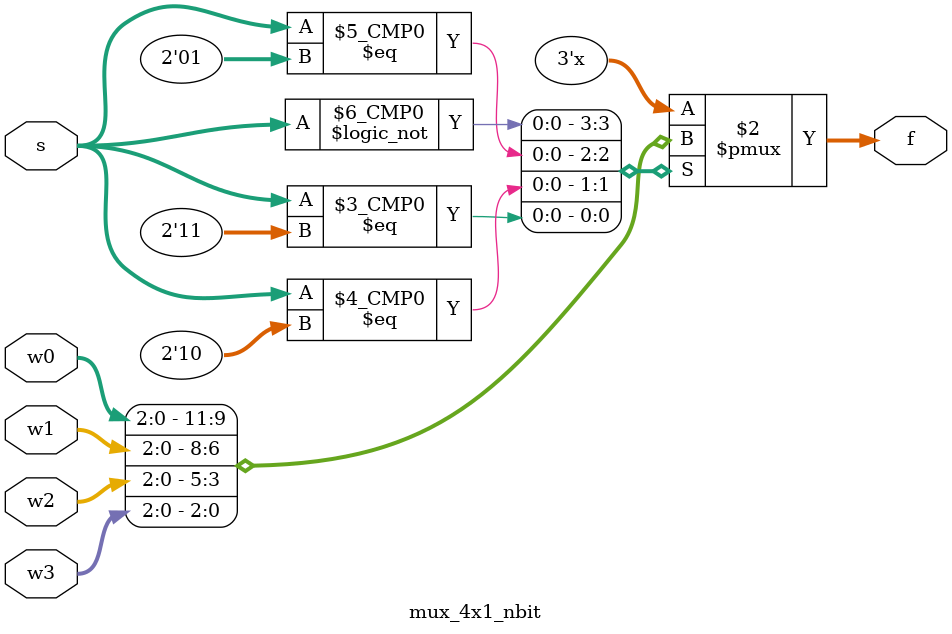
<source format=v>
module mux_4x1_nbit 
    #(parameter N = 3)(
    input [N - 1:0]w0, w1, w2, w3,
    input [1:0] s,
    output reg [N - 1:0] f
    );
    
    always @(w0, w1, w2, w3, s)
    begin
        // default values
        f = 'bx;                 
        case(s)
            2'b00: f = w0;
            2'b01: f = w1;
            2'b10: f = w2;
            2'b11: f = w3;           
            default: f = 'bx;
        endcase              
    end
endmodule
</source>
